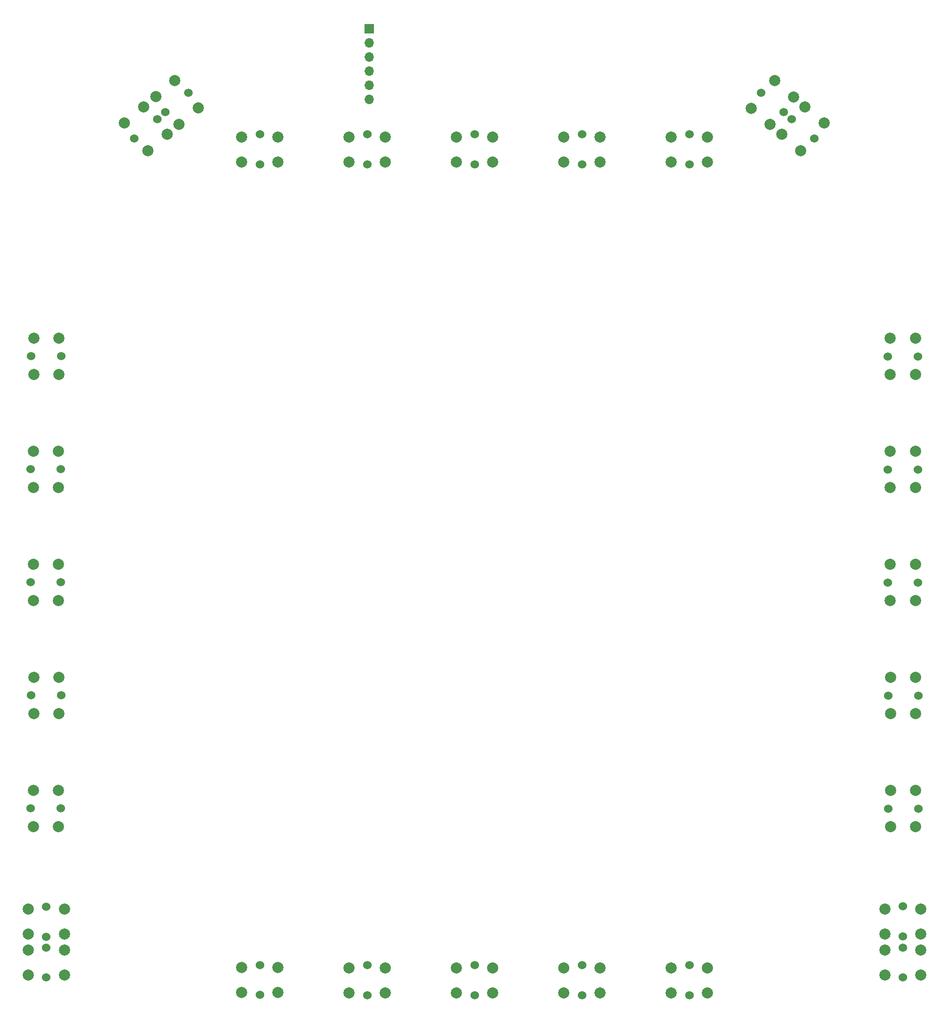
<source format=gbr>
G04 #@! TF.GenerationSoftware,KiCad,Pcbnew,(5.1.9)-1*
G04 #@! TF.CreationDate,2021-08-29T21:56:20-06:00*
G04 #@! TF.ProjectId,ampcd_button_board,616d7063-645f-4627-9574-746f6e5f626f,rev?*
G04 #@! TF.SameCoordinates,Original*
G04 #@! TF.FileFunction,Soldermask,Bot*
G04 #@! TF.FilePolarity,Negative*
%FSLAX46Y46*%
G04 Gerber Fmt 4.6, Leading zero omitted, Abs format (unit mm)*
G04 Created by KiCad (PCBNEW (5.1.9)-1) date 2021-08-29 21:56:20*
%MOMM*%
%LPD*%
G01*
G04 APERTURE LIST*
%ADD10O,1.700000X1.700000*%
%ADD11R,1.700000X1.700000*%
%ADD12C,1.524000*%
%ADD13C,2.000000*%
G04 APERTURE END LIST*
D10*
X201794122Y217383490D03*
X201794122Y219923490D03*
X201794122Y222463490D03*
X201794122Y225003490D03*
X201794122Y227543490D03*
D11*
X201794122Y230083490D03*
D12*
X146419122Y171230490D03*
X141019122Y171230490D03*
D13*
X141469122Y174480490D03*
X145969122Y174480490D03*
X141469122Y167980490D03*
X145969122Y167980490D03*
D12*
X146355622Y150910490D03*
X140955622Y150910490D03*
D13*
X141405622Y154160490D03*
X145905622Y154160490D03*
X141405622Y147660490D03*
X145905622Y147660490D03*
D12*
X146355622Y130590490D03*
X140955622Y130590490D03*
D13*
X141405622Y133840490D03*
X145905622Y133840490D03*
X141405622Y127340490D03*
X145905622Y127340490D03*
D12*
X146419122Y110270490D03*
X141019122Y110270490D03*
D13*
X141469122Y113520490D03*
X145969122Y113520490D03*
X141469122Y107020490D03*
X145969122Y107020490D03*
D12*
X146355622Y89950490D03*
X140955622Y89950490D03*
D13*
X141405622Y93200490D03*
X145905622Y93200490D03*
X141405622Y86700490D03*
X145905622Y86700490D03*
D12*
X143723271Y72298760D03*
X143723271Y66898760D03*
D13*
X140473271Y67348760D03*
X140473271Y71848760D03*
X146973271Y67348760D03*
X146973271Y71848760D03*
D12*
X143723271Y64948760D03*
X143723271Y59548760D03*
D13*
X140473271Y59998760D03*
X140473271Y64498760D03*
X146973271Y59998760D03*
X146973271Y64498760D03*
D12*
X182120622Y56413990D03*
X182120622Y61813990D03*
D13*
X185370622Y61363990D03*
X185370622Y56863990D03*
X178870622Y61363990D03*
X178870622Y56863990D03*
D12*
X201424622Y56350490D03*
X201424622Y61750490D03*
D13*
X204674622Y61300490D03*
X204674622Y56800490D03*
X198174622Y61300490D03*
X198174622Y56800490D03*
D12*
X220728622Y56350490D03*
X220728622Y61750490D03*
D13*
X223978622Y61300490D03*
X223978622Y56800490D03*
X217478622Y61300490D03*
X217478622Y56800490D03*
D12*
X240032622Y56350490D03*
X240032622Y61750490D03*
D13*
X243282622Y61300490D03*
X243282622Y56800490D03*
X236782622Y61300490D03*
X236782622Y56800490D03*
D12*
X259336622Y56350490D03*
X259336622Y61750490D03*
D13*
X262586622Y61300490D03*
X262586622Y56800490D03*
X256086622Y61300490D03*
X256086622Y56800490D03*
D12*
X297723271Y59548760D03*
X297723271Y64948760D03*
D13*
X300973271Y64498760D03*
X300973271Y59998760D03*
X294473271Y64498760D03*
X294473271Y59998760D03*
D12*
X297723271Y66948760D03*
X297723271Y72348760D03*
D13*
X300973271Y71898760D03*
X300973271Y67398760D03*
X294473271Y71898760D03*
X294473271Y67398760D03*
D12*
X295078622Y89927490D03*
X300478622Y89927490D03*
D13*
X300028622Y86677490D03*
X295528622Y86677490D03*
X300028622Y93177490D03*
X295528622Y93177490D03*
D12*
X295078622Y110247490D03*
X300478622Y110247490D03*
D13*
X300028622Y106997490D03*
X295528622Y106997490D03*
X300028622Y113497490D03*
X295528622Y113497490D03*
D12*
X295015122Y130567490D03*
X300415122Y130567490D03*
D13*
X299965122Y127317490D03*
X295465122Y127317490D03*
X299965122Y133817490D03*
X295465122Y133817490D03*
D12*
X295015122Y150887490D03*
X300415122Y150887490D03*
D13*
X299965122Y147637490D03*
X295465122Y147637490D03*
X299965122Y154137490D03*
X295465122Y154137490D03*
D12*
X295015122Y171207490D03*
X300415122Y171207490D03*
D13*
X299965122Y167957490D03*
X295465122Y167957490D03*
X299965122Y174457490D03*
X295465122Y174457490D03*
D12*
X277697267Y213881954D03*
X281809574Y210382107D03*
D13*
X279360492Y208198761D03*
X275933569Y211115301D03*
X283573271Y213148760D03*
X280146349Y216065300D03*
D12*
X272197267Y218581954D03*
X276309574Y215082107D03*
D13*
X273860492Y212898761D03*
X270433569Y215815301D03*
X278073271Y217848760D03*
X274646349Y220765300D03*
D12*
X259336622Y205702490D03*
X259336622Y211102490D03*
D13*
X262586622Y210652490D03*
X262586622Y206152490D03*
X256086622Y210652490D03*
X256086622Y206152490D03*
D12*
X240032622Y205702490D03*
X240032622Y211102490D03*
D13*
X243282622Y210652490D03*
X243282622Y206152490D03*
X236782622Y210652490D03*
X236782622Y206152490D03*
D12*
X220728622Y205702490D03*
X220728622Y211102490D03*
D13*
X223978622Y210652490D03*
X223978622Y206152490D03*
X217478622Y210652490D03*
X217478622Y206152490D03*
D12*
X201424622Y205702490D03*
X201424622Y211102490D03*
D13*
X204674622Y210652490D03*
X204674622Y206152490D03*
X198174622Y210652490D03*
X198174622Y206152490D03*
D12*
X182120622Y205702490D03*
X182120622Y211102490D03*
D13*
X185370622Y210652490D03*
X185370622Y206152490D03*
X178870622Y210652490D03*
X178870622Y206152490D03*
D12*
X165160046Y215115567D03*
X169272353Y218615414D03*
D13*
X171036050Y215848761D03*
X167609128Y212932221D03*
X166823271Y220798760D03*
X163396349Y217882220D03*
D12*
X159560046Y210365567D03*
X163672353Y213865414D03*
D13*
X165436050Y211098761D03*
X162009128Y208182221D03*
X161223271Y216048760D03*
X157796349Y213132220D03*
M02*

</source>
